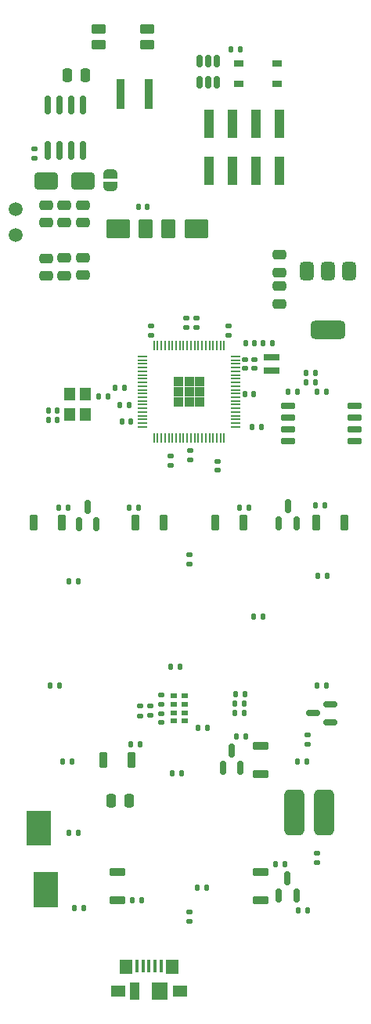
<source format=gbs>
G04 #@! TF.GenerationSoftware,KiCad,Pcbnew,8.0.4*
G04 #@! TF.CreationDate,2025-03-19T09:33:49+11:00*
G04 #@! TF.ProjectId,nokia,6e6f6b69-612e-46b6-9963-61645f706362,rev?*
G04 #@! TF.SameCoordinates,Original*
G04 #@! TF.FileFunction,Soldermask,Bot*
G04 #@! TF.FilePolarity,Negative*
%FSLAX46Y46*%
G04 Gerber Fmt 4.6, Leading zero omitted, Abs format (unit mm)*
G04 Created by KiCad (PCBNEW 8.0.4) date 2025-03-19 09:33:49*
%MOMM*%
%LPD*%
G01*
G04 APERTURE LIST*
G04 Aperture macros list*
%AMRoundRect*
0 Rectangle with rounded corners*
0 $1 Rounding radius*
0 $2 $3 $4 $5 $6 $7 $8 $9 X,Y pos of 4 corners*
0 Add a 4 corners polygon primitive as box body*
4,1,4,$2,$3,$4,$5,$6,$7,$8,$9,$2,$3,0*
0 Add four circle primitives for the rounded corners*
1,1,$1+$1,$2,$3*
1,1,$1+$1,$4,$5*
1,1,$1+$1,$6,$7*
1,1,$1+$1,$8,$9*
0 Add four rect primitives between the rounded corners*
20,1,$1+$1,$2,$3,$4,$5,0*
20,1,$1+$1,$4,$5,$6,$7,0*
20,1,$1+$1,$6,$7,$8,$9,0*
20,1,$1+$1,$8,$9,$2,$3,0*%
%AMFreePoly0*
4,1,17,1.239561,1.918663,1.288452,1.862240,1.300426,1.807198,1.300426,-1.628440,1.279392,-1.700074,1.222969,-1.748965,1.167927,-1.760939,-1.241481,-1.760939,-1.313115,-1.739905,-1.362006,-1.683482,-1.373980,-1.628440,-1.373980,1.807198,-1.352946,1.878832,-1.296523,1.927723,-1.241481,1.939697,1.167927,1.939697,1.239561,1.918663,1.239561,1.918663,$1*%
%AMFreePoly1*
4,1,21,1.481047,1.611465,1.529938,1.555042,1.541912,1.500000,1.541912,-2.069488,1.520878,-2.141122,1.464455,-2.190013,1.409413,-2.201987,-1.000000,-2.201987,-1.071634,-2.180953,-1.120525,-2.124530,-1.132499,-2.069488,-1.132499,-0.453074,-1.143000,-0.381000,-1.143000,0.381000,-1.132499,0.453074,-1.132499,1.500000,-1.111465,1.571634,-1.055042,1.620525,-1.000000,1.632499,1.409413,1.632499,
1.481047,1.611465,1.481047,1.611465,$1*%
%AMFreePoly2*
4,1,19,0.500000,-0.750000,0.000000,-0.750000,0.000000,-0.744911,-0.071157,-0.744911,-0.207708,-0.704816,-0.327430,-0.627875,-0.420627,-0.520320,-0.479746,-0.390866,-0.500000,-0.250000,-0.500000,0.250000,-0.479746,0.390866,-0.420627,0.520320,-0.327430,0.627875,-0.207708,0.704816,-0.071157,0.744911,0.000000,0.744911,0.000000,0.750000,0.500000,0.750000,0.500000,-0.750000,0.500000,-0.750000,
$1*%
%AMFreePoly3*
4,1,19,0.000000,0.744911,0.071157,0.744911,0.207708,0.704816,0.327430,0.627875,0.420627,0.520320,0.479746,0.390866,0.500000,0.250000,0.500000,-0.250000,0.479746,-0.390866,0.420627,-0.520320,0.327430,-0.627875,0.207708,-0.704816,0.071157,-0.744911,0.000000,-0.744911,0.000000,-0.750000,-0.500000,-0.750000,-0.500000,0.750000,0.000000,0.750000,0.000000,0.744911,0.000000,0.744911,
$1*%
G04 Aperture macros list end*
%ADD10R,0.950000X3.300000*%
%ADD11RoundRect,0.160000X0.240000X0.715000X-0.240000X0.715000X-0.240000X-0.715000X0.240000X-0.715000X0*%
%ADD12RoundRect,0.160000X-0.240000X-0.715000X0.240000X-0.715000X0.240000X0.715000X-0.240000X0.715000X0*%
%ADD13RoundRect,0.160000X0.715000X-0.240000X0.715000X0.240000X-0.715000X0.240000X-0.715000X-0.240000X0*%
%ADD14RoundRect,0.160000X-0.715000X0.240000X-0.715000X-0.240000X0.715000X-0.240000X0.715000X0.240000X0*%
%ADD15RoundRect,0.055000X-0.055000X-0.441750X0.055000X-0.441750X0.055000X0.441750X-0.055000X0.441750X0*%
%ADD16RoundRect,0.052500X-0.052500X-0.444250X0.052500X-0.444250X0.052500X0.444250X-0.052500X0.444250X0*%
%ADD17RoundRect,0.055000X0.441750X-0.055000X0.441750X0.055000X-0.441750X0.055000X-0.441750X-0.055000X0*%
%ADD18RoundRect,0.052500X0.444250X-0.052500X0.444250X0.052500X-0.444250X0.052500X-0.444250X-0.052500X0*%
%ADD19C,0.600000*%
%ADD20R,1.133333X1.133333*%
%ADD21R,0.800000X0.500000*%
%ADD22R,1.700000X0.700000*%
%ADD23C,1.500000*%
%ADD24RoundRect,0.150000X0.650000X0.150000X-0.650000X0.150000X-0.650000X-0.150000X0.650000X-0.150000X0*%
%ADD25RoundRect,0.150000X0.150000X-0.587500X0.150000X0.587500X-0.150000X0.587500X-0.150000X-0.587500X0*%
%ADD26RoundRect,0.250000X0.475000X-0.250000X0.475000X0.250000X-0.475000X0.250000X-0.475000X-0.250000X0*%
%ADD27RoundRect,0.135000X-0.135000X-0.185000X0.135000X-0.185000X0.135000X0.185000X-0.135000X0.185000X0*%
%ADD28RoundRect,0.135000X0.135000X0.185000X-0.135000X0.185000X-0.135000X-0.185000X0.135000X-0.185000X0*%
%ADD29RoundRect,0.140000X-0.140000X-0.170000X0.140000X-0.170000X0.140000X0.170000X-0.140000X0.170000X0*%
%ADD30RoundRect,0.135000X0.185000X-0.135000X0.185000X0.135000X-0.185000X0.135000X-0.185000X-0.135000X0*%
%ADD31RoundRect,0.140000X0.170000X-0.140000X0.170000X0.140000X-0.170000X0.140000X-0.170000X-0.140000X0*%
%ADD32RoundRect,0.150000X0.587500X0.150000X-0.587500X0.150000X-0.587500X-0.150000X0.587500X-0.150000X0*%
%ADD33RoundRect,0.150000X-0.150000X0.512500X-0.150000X-0.512500X0.150000X-0.512500X0.150000X0.512500X0*%
%ADD34FreePoly0,180.000000*%
%ADD35FreePoly1,180.000000*%
%ADD36R,1.050000X0.650000*%
%ADD37R,0.450000X1.380000*%
%ADD38R,1.650000X1.300000*%
%ADD39R,1.425000X1.550000*%
%ADD40R,1.800000X1.900000*%
%ADD41R,1.000000X1.900000*%
%ADD42RoundRect,0.140000X-0.170000X0.140000X-0.170000X-0.140000X0.170000X-0.140000X0.170000X0.140000X0*%
%ADD43RoundRect,0.100000X1.150000X0.900000X-1.150000X0.900000X-1.150000X-0.900000X1.150000X-0.900000X0*%
%ADD44RoundRect,0.075000X0.675000X0.925000X-0.675000X0.925000X-0.675000X-0.925000X0.675000X-0.925000X0*%
%ADD45RoundRect,0.140000X0.140000X0.170000X-0.140000X0.170000X-0.140000X-0.170000X0.140000X-0.170000X0*%
%ADD46RoundRect,0.375000X-0.375000X0.625000X-0.375000X-0.625000X0.375000X-0.625000X0.375000X0.625000X0*%
%ADD47RoundRect,0.500000X-1.400000X0.500000X-1.400000X-0.500000X1.400000X-0.500000X1.400000X0.500000X0*%
%ADD48RoundRect,0.135000X-0.185000X0.135000X-0.185000X-0.135000X0.185000X-0.135000X0.185000X0.135000X0*%
%ADD49RoundRect,0.250000X1.000000X0.650000X-1.000000X0.650000X-1.000000X-0.650000X1.000000X-0.650000X0*%
%ADD50R,1.000000X3.150000*%
%ADD51RoundRect,0.250000X-0.475000X0.250000X-0.475000X-0.250000X0.475000X-0.250000X0.475000X0.250000X0*%
%ADD52RoundRect,0.250000X-0.250000X-0.475000X0.250000X-0.475000X0.250000X0.475000X-0.250000X0.475000X0*%
%ADD53RoundRect,0.550000X0.550000X1.925000X-0.550000X1.925000X-0.550000X-1.925000X0.550000X-1.925000X0*%
%ADD54FreePoly2,90.000000*%
%ADD55FreePoly3,90.000000*%
%ADD56RoundRect,0.250000X0.250000X0.475000X-0.250000X0.475000X-0.250000X-0.475000X0.250000X-0.475000X0*%
%ADD57RoundRect,0.147500X0.172500X-0.147500X0.172500X0.147500X-0.172500X0.147500X-0.172500X-0.147500X0*%
%ADD58RoundRect,0.250000X0.550000X0.250000X-0.550000X0.250000X-0.550000X-0.250000X0.550000X-0.250000X0*%
%ADD59RoundRect,0.250000X0.548250X0.250000X-0.548250X0.250000X-0.548250X-0.250000X0.548250X-0.250000X0*%
%ADD60RoundRect,0.150000X0.150000X-0.825000X0.150000X0.825000X-0.150000X0.825000X-0.150000X-0.825000X0*%
%ADD61R,1.200000X1.400000*%
G04 APERTURE END LIST*
D10*
X38100000Y-28000000D03*
X35100000Y-28000000D03*
D11*
X28775000Y-74350000D03*
X25725000Y-74350000D03*
D12*
X36650000Y-74350000D03*
X39700000Y-74350000D03*
D11*
X48375000Y-74350000D03*
X45325000Y-74350000D03*
X36275000Y-100000000D03*
X33225000Y-100000000D03*
D12*
X56250000Y-74375000D03*
X59300000Y-74375000D03*
D13*
X34750000Y-115125000D03*
X34750000Y-112075000D03*
D14*
X50250000Y-112100000D03*
X50250000Y-115150000D03*
X50250000Y-98500000D03*
X50250000Y-101550000D03*
D15*
X46296500Y-65203250D03*
X45896500Y-65203250D03*
X45496500Y-65203250D03*
X45096500Y-65203250D03*
X44696500Y-65203250D03*
X44296500Y-65203250D03*
X43896500Y-65203250D03*
X43496500Y-65203250D03*
X43096500Y-65203250D03*
X42696500Y-65203250D03*
X42296500Y-65203250D03*
X41896500Y-65203250D03*
X41496500Y-65203250D03*
X41096500Y-65203250D03*
X40696500Y-65203250D03*
X40296500Y-65203250D03*
D16*
X39891500Y-65203250D03*
D15*
X39496500Y-65203250D03*
X39096500Y-65203250D03*
X38696500Y-65203250D03*
D17*
X37493250Y-64000000D03*
X37493250Y-63600000D03*
X37493250Y-63200000D03*
X37493250Y-62800000D03*
X37493250Y-62400000D03*
X37493250Y-62000000D03*
X37493250Y-61600000D03*
X37493250Y-61200000D03*
X37493250Y-60800000D03*
X37493250Y-60400000D03*
X37493250Y-60000000D03*
X37493250Y-59600000D03*
X37493250Y-59200000D03*
X37493250Y-58800000D03*
X37493250Y-58400000D03*
X37493250Y-58000000D03*
X37493250Y-57600000D03*
X37493250Y-57200000D03*
X37493250Y-56800000D03*
X37493250Y-56400000D03*
D15*
X38696500Y-55196750D03*
X39096500Y-55196750D03*
X39496500Y-55196750D03*
X39896500Y-55196750D03*
X40296500Y-55196750D03*
X40696500Y-55196750D03*
X41096500Y-55196750D03*
X41496500Y-55196750D03*
D16*
X41891500Y-55196750D03*
D15*
X42296500Y-55196750D03*
X42696500Y-55196750D03*
X43096500Y-55196750D03*
X43496500Y-55196750D03*
D16*
X43891500Y-55196750D03*
D15*
X44296500Y-55196750D03*
X44696500Y-55196750D03*
X45096500Y-55196750D03*
X45496500Y-55196750D03*
X45896500Y-55196750D03*
X46296500Y-55196750D03*
D17*
X47499750Y-56400000D03*
D18*
X47499750Y-56805000D03*
D17*
X47499750Y-57200000D03*
X47499750Y-57600000D03*
X47499750Y-58000000D03*
X47499750Y-58400000D03*
D18*
X47499750Y-58805000D03*
D17*
X47499750Y-59200000D03*
X47499750Y-59600000D03*
X47499750Y-60000000D03*
X47499750Y-60400000D03*
X47499750Y-60800000D03*
X47499750Y-61200000D03*
X47499750Y-61600000D03*
X47499750Y-62000000D03*
X47499750Y-62400000D03*
X47499750Y-62800000D03*
X47499750Y-63200000D03*
X47499750Y-63600000D03*
X47499750Y-64000000D03*
D19*
X41363167Y-61333333D03*
D20*
X41363167Y-61333333D03*
D19*
X42496500Y-61333333D03*
D20*
X42496500Y-61333333D03*
D19*
X43629833Y-61333333D03*
D20*
X43629833Y-61333333D03*
D19*
X41363167Y-60200000D03*
D20*
X41363167Y-60200000D03*
D19*
X42496500Y-60200000D03*
D20*
X42496500Y-60200000D03*
D19*
X43629833Y-60200000D03*
D20*
X43629833Y-60200000D03*
D19*
X41363167Y-59066667D03*
D20*
X41363167Y-59066667D03*
D19*
X42496500Y-59066667D03*
D20*
X42496500Y-59066667D03*
D19*
X43629833Y-59066667D03*
D20*
X43629833Y-59066667D03*
D21*
X42000000Y-93100000D03*
X42000000Y-94000000D03*
X42000000Y-94900000D03*
X42000000Y-95800000D03*
X40800000Y-95800000D03*
X40800000Y-94900000D03*
X40800000Y-94000000D03*
X40800000Y-93100000D03*
D22*
X51391790Y-57900000D03*
X51391790Y-56500000D03*
D23*
X23750000Y-43250000D03*
X23750000Y-40500000D03*
D24*
X60400000Y-61725000D03*
X60400000Y-62995000D03*
X60400000Y-64265000D03*
X60400000Y-65535000D03*
X53200000Y-65535000D03*
X53200000Y-64265000D03*
X53200000Y-62995000D03*
X53200000Y-61725000D03*
D25*
X32475000Y-74500000D03*
X30575000Y-74500000D03*
X31525000Y-72625000D03*
X48075000Y-100875000D03*
X46175000Y-100875000D03*
X47125000Y-99000000D03*
D26*
X27040000Y-47680000D03*
X27040000Y-45780000D03*
D27*
X46990000Y-23250000D03*
X48010000Y-23250000D03*
X30080000Y-116000000D03*
X31100000Y-116000000D03*
D28*
X48500000Y-94900000D03*
X47480000Y-94900000D03*
X41520000Y-89900000D03*
X40500000Y-89900000D03*
D29*
X48510000Y-60460000D03*
X49470000Y-60460000D03*
D27*
X54180000Y-100200000D03*
X55200000Y-100200000D03*
D25*
X54100000Y-114650000D03*
X52200000Y-114650000D03*
X53150000Y-112775000D03*
D30*
X42500000Y-117420000D03*
X42500000Y-116400000D03*
D26*
X29000000Y-47650000D03*
X29000000Y-45750000D03*
D28*
X50520000Y-84500000D03*
X49500000Y-84500000D03*
D26*
X29000000Y-41950000D03*
X29000000Y-40050000D03*
D31*
X38400000Y-54080000D03*
X38400000Y-53120000D03*
D32*
X57800000Y-94000000D03*
X57800000Y-95900000D03*
X55925000Y-94950000D03*
D31*
X43325000Y-53250000D03*
X43325000Y-52290000D03*
D33*
X43600000Y-24475000D03*
X44550000Y-24475000D03*
X45500000Y-24475000D03*
X45500000Y-26750000D03*
X44550000Y-26750000D03*
X43600000Y-26750000D03*
D28*
X56200000Y-59200000D03*
X55180000Y-59200000D03*
D27*
X40690000Y-101400000D03*
X41710000Y-101400000D03*
D28*
X52870000Y-111300000D03*
X51850000Y-111300000D03*
D31*
X42200000Y-53235000D03*
X42200000Y-52275000D03*
D34*
X26178713Y-107300000D03*
D35*
X27178713Y-114300000D03*
D28*
X37400000Y-115175000D03*
X36380000Y-115175000D03*
X55300000Y-116300000D03*
X54280000Y-116300000D03*
D36*
X47850000Y-26900000D03*
X52000000Y-26900000D03*
X47850000Y-24750000D03*
X52000000Y-24750000D03*
D29*
X37040000Y-40200000D03*
X38000000Y-40200000D03*
D37*
X39462500Y-122290000D03*
X38812500Y-122290000D03*
X38162500Y-122290000D03*
X37512500Y-122290000D03*
X36862500Y-122290000D03*
D38*
X41537500Y-124950000D03*
D39*
X40650000Y-122375000D03*
D40*
X39312500Y-124950000D03*
D41*
X36612500Y-124950000D03*
D39*
X35675000Y-122375000D03*
D38*
X34787500Y-124950000D03*
D42*
X39500000Y-95020000D03*
X39500000Y-95980000D03*
D27*
X28800000Y-100200000D03*
X29820000Y-100200000D03*
D28*
X48500000Y-93900000D03*
X47480000Y-93900000D03*
D43*
X43288102Y-42600000D03*
D44*
X40288102Y-42600000D03*
X37788102Y-42600000D03*
D43*
X34788102Y-42600000D03*
D28*
X28520000Y-92000000D03*
X27500000Y-92000000D03*
D27*
X43480000Y-96500000D03*
X44500000Y-96500000D03*
D25*
X54125000Y-74475000D03*
X52225000Y-74475000D03*
X53175000Y-72600000D03*
D29*
X49325000Y-64025000D03*
X50285000Y-64025000D03*
D45*
X49560000Y-55000000D03*
X48600000Y-55000000D03*
D28*
X29395000Y-72700000D03*
X28375000Y-72700000D03*
D29*
X53240000Y-60225000D03*
X54200000Y-60225000D03*
D46*
X55200000Y-47200000D03*
X57500000Y-47200000D03*
D47*
X57500000Y-53500000D03*
D46*
X59800000Y-47200000D03*
D48*
X37200000Y-94200000D03*
X37200000Y-95220000D03*
X56375000Y-110080000D03*
X56375000Y-111100000D03*
D31*
X48580000Y-57660000D03*
X48580000Y-56700000D03*
D48*
X42500000Y-77800000D03*
X42500000Y-78820000D03*
D26*
X31000000Y-41950000D03*
X31000000Y-40050000D03*
D45*
X36200000Y-63400000D03*
X35240000Y-63400000D03*
D49*
X31060000Y-37450000D03*
X27060000Y-37450000D03*
D42*
X40475000Y-67190000D03*
X40475000Y-68150000D03*
D50*
X52250000Y-36300000D03*
X52250000Y-31250000D03*
X49710000Y-36300000D03*
X49710000Y-31250000D03*
X47170000Y-36300000D03*
X47170000Y-31250000D03*
X44630000Y-36300000D03*
X44630000Y-31250000D03*
D30*
X39500000Y-94010000D03*
X39500000Y-92990000D03*
D45*
X28230000Y-62250000D03*
X27270000Y-62250000D03*
D42*
X38300000Y-94200000D03*
X38300000Y-95160000D03*
D45*
X28230000Y-63250000D03*
X27270000Y-63250000D03*
D28*
X33760000Y-60750000D03*
X32740000Y-60750000D03*
D45*
X35980000Y-61675000D03*
X35020000Y-61675000D03*
D28*
X48995000Y-72700000D03*
X47975000Y-72700000D03*
D51*
X52250000Y-45400000D03*
X52250000Y-47300000D03*
D31*
X46800000Y-54080000D03*
X46800000Y-53120000D03*
D26*
X52250000Y-50700000D03*
X52250000Y-48800000D03*
X27000000Y-41950000D03*
X27000000Y-40050000D03*
D31*
X49590000Y-57660000D03*
X49590000Y-56700000D03*
D52*
X29350000Y-26000000D03*
X31250000Y-26000000D03*
D28*
X57420000Y-80100000D03*
X56400000Y-80100000D03*
D27*
X56300000Y-92000000D03*
X57320000Y-92000000D03*
X36025000Y-72700000D03*
X37045000Y-72700000D03*
X56175000Y-72475000D03*
X57195000Y-72475000D03*
D28*
X56200000Y-58200000D03*
X55180000Y-58200000D03*
D48*
X25750000Y-33990000D03*
X25750000Y-35010000D03*
D28*
X37175000Y-98300000D03*
X36155000Y-98300000D03*
D45*
X35480000Y-59800000D03*
X34520000Y-59800000D03*
D27*
X29480000Y-80700000D03*
X30500000Y-80700000D03*
D28*
X51510000Y-55000000D03*
X50490000Y-55000000D03*
D26*
X31030000Y-47600000D03*
X31030000Y-45700000D03*
D27*
X47615000Y-97500000D03*
X48635000Y-97500000D03*
D53*
X57100000Y-105675000D03*
X53900000Y-105675000D03*
D54*
X34000000Y-38000000D03*
D55*
X34000000Y-36700000D03*
D28*
X57340000Y-60180000D03*
X56320000Y-60180000D03*
D56*
X36000000Y-104400000D03*
X34100000Y-104400000D03*
D42*
X45620000Y-67730000D03*
X45620000Y-68690000D03*
D57*
X55300000Y-98270000D03*
X55300000Y-97300000D03*
D27*
X29490000Y-107900000D03*
X30510000Y-107900000D03*
X43390000Y-113800000D03*
X44410000Y-113800000D03*
D58*
X38000000Y-21000000D03*
D59*
X32698250Y-21000000D03*
D58*
X38000000Y-22700000D03*
D59*
X32698250Y-22700000D03*
D60*
X31060000Y-34150000D03*
X29790000Y-34150000D03*
X28520000Y-34150000D03*
X27250000Y-34150000D03*
X27250000Y-29200000D03*
X28520000Y-29200000D03*
X29790000Y-29200000D03*
X31060000Y-29200000D03*
D28*
X48510000Y-92900000D03*
X47490000Y-92900000D03*
D61*
X29550000Y-62700000D03*
X29550000Y-60500000D03*
X31250000Y-60500000D03*
X31250000Y-62700000D03*
D42*
X42625000Y-66600000D03*
X42625000Y-67560000D03*
M02*

</source>
